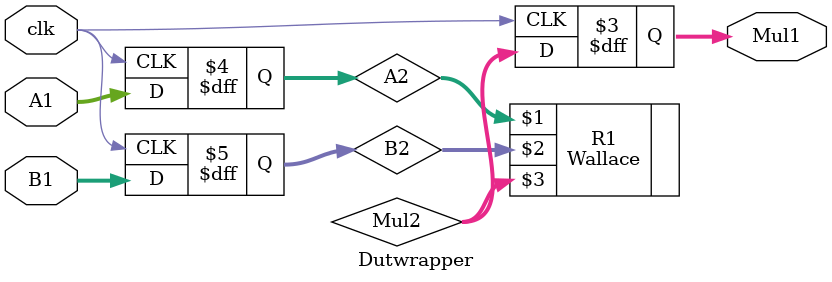
<source format=v>
module Dutwrapper (clk,A1,B1,Mul1);

parameter N = 16;
input clk;
input [N-1:0] A1, B1;

output reg [N:0] Mul1;


reg [N-1:0] A2, B2;

wire [N:0] Mul2;

Wallace R1(A2,B2,Mul2);

always @(posedge clk)
begin
A2<=A1;
B2<=B1;
end

always @(posedge clk)
begin
Mul1<=Mul2;
end


endmodule

</source>
